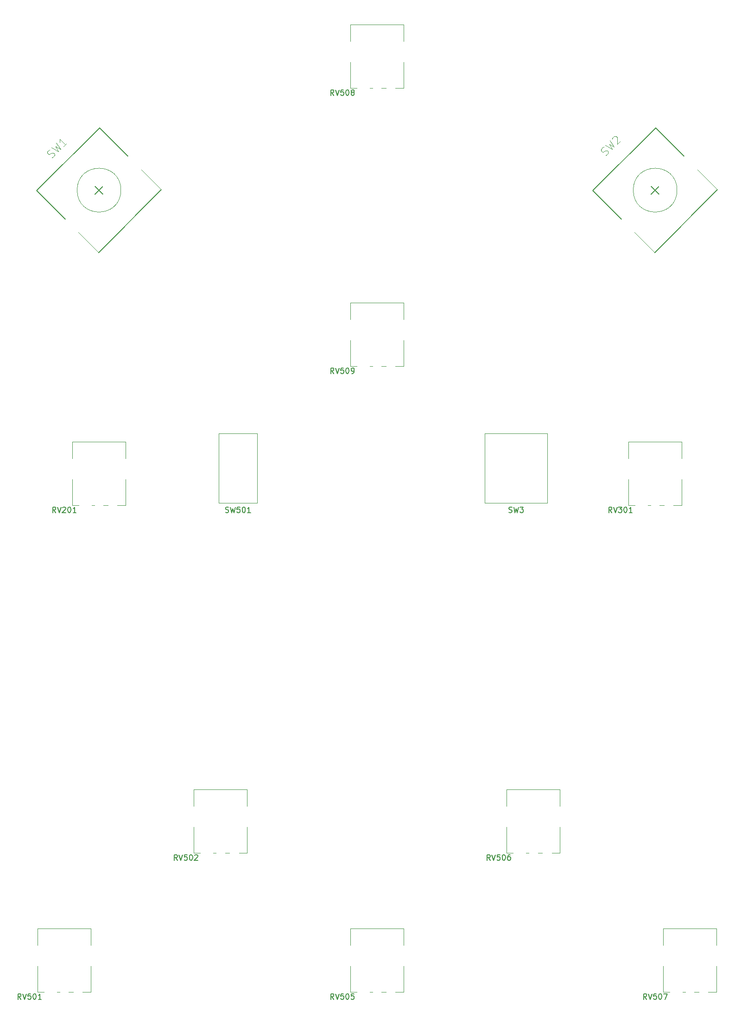
<source format=gto>
G04 #@! TF.GenerationSoftware,KiCad,Pcbnew,6.0.5+dfsg-1~bpo11+1*
G04 #@! TF.CreationDate,2022-07-21T18:26:45+00:00*
G04 #@! TF.ProjectId,VCF_VCA_board,5643465f-5643-4415-9f62-6f6172642e6b,0*
G04 #@! TF.SameCoordinates,Original*
G04 #@! TF.FileFunction,Legend,Top*
G04 #@! TF.FilePolarity,Positive*
%FSLAX46Y46*%
G04 Gerber Fmt 4.6, Leading zero omitted, Abs format (unit mm)*
G04 Created by KiCad (PCBNEW 6.0.5+dfsg-1~bpo11+1) date 2022-07-21 18:26:45*
%MOMM*%
%LPD*%
G01*
G04 APERTURE LIST*
%ADD10C,0.150000*%
%ADD11C,0.120000*%
%ADD12C,0.127000*%
%ADD13C,0.080000*%
%ADD14O,2.720000X3.240000*%
%ADD15R,1.800000X1.800000*%
%ADD16C,1.800000*%
%ADD17C,2.500000*%
%ADD18C,3.000000*%
%ADD19C,1.451600*%
%ADD20C,1.440000*%
%ADD21O,2.190000X1.740000*%
%ADD22C,2.600000*%
%ADD23C,1.600000*%
%ADD24C,2.000000*%
%ADD25R,1.600000X1.600000*%
%ADD26C,1.700000*%
G04 APERTURE END LIST*
D10*
X98147380Y-108402380D02*
X97814047Y-107926190D01*
X97575952Y-108402380D02*
X97575952Y-107402380D01*
X97956904Y-107402380D01*
X98052142Y-107450000D01*
X98099761Y-107497619D01*
X98147380Y-107592857D01*
X98147380Y-107735714D01*
X98099761Y-107830952D01*
X98052142Y-107878571D01*
X97956904Y-107926190D01*
X97575952Y-107926190D01*
X98433095Y-107402380D02*
X98766428Y-108402380D01*
X99099761Y-107402380D01*
X99909285Y-107402380D02*
X99433095Y-107402380D01*
X99385476Y-107878571D01*
X99433095Y-107830952D01*
X99528333Y-107783333D01*
X99766428Y-107783333D01*
X99861666Y-107830952D01*
X99909285Y-107878571D01*
X99956904Y-107973809D01*
X99956904Y-108211904D01*
X99909285Y-108307142D01*
X99861666Y-108354761D01*
X99766428Y-108402380D01*
X99528333Y-108402380D01*
X99433095Y-108354761D01*
X99385476Y-108307142D01*
X100575952Y-107402380D02*
X100671190Y-107402380D01*
X100766428Y-107450000D01*
X100814047Y-107497619D01*
X100861666Y-107592857D01*
X100909285Y-107783333D01*
X100909285Y-108021428D01*
X100861666Y-108211904D01*
X100814047Y-108307142D01*
X100766428Y-108354761D01*
X100671190Y-108402380D01*
X100575952Y-108402380D01*
X100480714Y-108354761D01*
X100433095Y-108307142D01*
X100385476Y-108211904D01*
X100337857Y-108021428D01*
X100337857Y-107783333D01*
X100385476Y-107592857D01*
X100433095Y-107497619D01*
X100480714Y-107450000D01*
X100575952Y-107402380D01*
X101385476Y-108402380D02*
X101575952Y-108402380D01*
X101671190Y-108354761D01*
X101718809Y-108307142D01*
X101814047Y-108164285D01*
X101861666Y-107973809D01*
X101861666Y-107592857D01*
X101814047Y-107497619D01*
X101766428Y-107450000D01*
X101671190Y-107402380D01*
X101480714Y-107402380D01*
X101385476Y-107450000D01*
X101337857Y-107497619D01*
X101290238Y-107592857D01*
X101290238Y-107830952D01*
X101337857Y-107926190D01*
X101385476Y-107973809D01*
X101480714Y-108021428D01*
X101671190Y-108021428D01*
X101766428Y-107973809D01*
X101814047Y-107926190D01*
X101861666Y-107830952D01*
X98147380Y-57602380D02*
X97814047Y-57126190D01*
X97575952Y-57602380D02*
X97575952Y-56602380D01*
X97956904Y-56602380D01*
X98052142Y-56650000D01*
X98099761Y-56697619D01*
X98147380Y-56792857D01*
X98147380Y-56935714D01*
X98099761Y-57030952D01*
X98052142Y-57078571D01*
X97956904Y-57126190D01*
X97575952Y-57126190D01*
X98433095Y-56602380D02*
X98766428Y-57602380D01*
X99099761Y-56602380D01*
X99909285Y-56602380D02*
X99433095Y-56602380D01*
X99385476Y-57078571D01*
X99433095Y-57030952D01*
X99528333Y-56983333D01*
X99766428Y-56983333D01*
X99861666Y-57030952D01*
X99909285Y-57078571D01*
X99956904Y-57173809D01*
X99956904Y-57411904D01*
X99909285Y-57507142D01*
X99861666Y-57554761D01*
X99766428Y-57602380D01*
X99528333Y-57602380D01*
X99433095Y-57554761D01*
X99385476Y-57507142D01*
X100575952Y-56602380D02*
X100671190Y-56602380D01*
X100766428Y-56650000D01*
X100814047Y-56697619D01*
X100861666Y-56792857D01*
X100909285Y-56983333D01*
X100909285Y-57221428D01*
X100861666Y-57411904D01*
X100814047Y-57507142D01*
X100766428Y-57554761D01*
X100671190Y-57602380D01*
X100575952Y-57602380D01*
X100480714Y-57554761D01*
X100433095Y-57507142D01*
X100385476Y-57411904D01*
X100337857Y-57221428D01*
X100337857Y-56983333D01*
X100385476Y-56792857D01*
X100433095Y-56697619D01*
X100480714Y-56650000D01*
X100575952Y-56602380D01*
X101480714Y-57030952D02*
X101385476Y-56983333D01*
X101337857Y-56935714D01*
X101290238Y-56840476D01*
X101290238Y-56792857D01*
X101337857Y-56697619D01*
X101385476Y-56650000D01*
X101480714Y-56602380D01*
X101671190Y-56602380D01*
X101766428Y-56650000D01*
X101814047Y-56697619D01*
X101861666Y-56792857D01*
X101861666Y-56840476D01*
X101814047Y-56935714D01*
X101766428Y-56983333D01*
X101671190Y-57030952D01*
X101480714Y-57030952D01*
X101385476Y-57078571D01*
X101337857Y-57126190D01*
X101290238Y-57221428D01*
X101290238Y-57411904D01*
X101337857Y-57507142D01*
X101385476Y-57554761D01*
X101480714Y-57602380D01*
X101671190Y-57602380D01*
X101766428Y-57554761D01*
X101814047Y-57507142D01*
X101861666Y-57411904D01*
X101861666Y-57221428D01*
X101814047Y-57126190D01*
X101766428Y-57078571D01*
X101671190Y-57030952D01*
X130111666Y-133754761D02*
X130254523Y-133802380D01*
X130492619Y-133802380D01*
X130587857Y-133754761D01*
X130635476Y-133707142D01*
X130683095Y-133611904D01*
X130683095Y-133516666D01*
X130635476Y-133421428D01*
X130587857Y-133373809D01*
X130492619Y-133326190D01*
X130302142Y-133278571D01*
X130206904Y-133230952D01*
X130159285Y-133183333D01*
X130111666Y-133088095D01*
X130111666Y-132992857D01*
X130159285Y-132897619D01*
X130206904Y-132850000D01*
X130302142Y-132802380D01*
X130540238Y-132802380D01*
X130683095Y-132850000D01*
X131016428Y-132802380D02*
X131254523Y-133802380D01*
X131445000Y-133088095D01*
X131635476Y-133802380D01*
X131873571Y-132802380D01*
X132159285Y-132802380D02*
X132778333Y-132802380D01*
X132445000Y-133183333D01*
X132587857Y-133183333D01*
X132683095Y-133230952D01*
X132730714Y-133278571D01*
X132778333Y-133373809D01*
X132778333Y-133611904D01*
X132730714Y-133707142D01*
X132683095Y-133754761D01*
X132587857Y-133802380D01*
X132302142Y-133802380D01*
X132206904Y-133754761D01*
X132159285Y-133707142D01*
X47347380Y-133802380D02*
X47014047Y-133326190D01*
X46775952Y-133802380D02*
X46775952Y-132802380D01*
X47156904Y-132802380D01*
X47252142Y-132850000D01*
X47299761Y-132897619D01*
X47347380Y-132992857D01*
X47347380Y-133135714D01*
X47299761Y-133230952D01*
X47252142Y-133278571D01*
X47156904Y-133326190D01*
X46775952Y-133326190D01*
X47633095Y-132802380D02*
X47966428Y-133802380D01*
X48299761Y-132802380D01*
X48585476Y-132897619D02*
X48633095Y-132850000D01*
X48728333Y-132802380D01*
X48966428Y-132802380D01*
X49061666Y-132850000D01*
X49109285Y-132897619D01*
X49156904Y-132992857D01*
X49156904Y-133088095D01*
X49109285Y-133230952D01*
X48537857Y-133802380D01*
X49156904Y-133802380D01*
X49775952Y-132802380D02*
X49871190Y-132802380D01*
X49966428Y-132850000D01*
X50014047Y-132897619D01*
X50061666Y-132992857D01*
X50109285Y-133183333D01*
X50109285Y-133421428D01*
X50061666Y-133611904D01*
X50014047Y-133707142D01*
X49966428Y-133754761D01*
X49871190Y-133802380D01*
X49775952Y-133802380D01*
X49680714Y-133754761D01*
X49633095Y-133707142D01*
X49585476Y-133611904D01*
X49537857Y-133421428D01*
X49537857Y-133183333D01*
X49585476Y-132992857D01*
X49633095Y-132897619D01*
X49680714Y-132850000D01*
X49775952Y-132802380D01*
X51061666Y-133802380D02*
X50490238Y-133802380D01*
X50775952Y-133802380D02*
X50775952Y-132802380D01*
X50680714Y-132945238D01*
X50585476Y-133040476D01*
X50490238Y-133088095D01*
X98147380Y-222702380D02*
X97814047Y-222226190D01*
X97575952Y-222702380D02*
X97575952Y-221702380D01*
X97956904Y-221702380D01*
X98052142Y-221750000D01*
X98099761Y-221797619D01*
X98147380Y-221892857D01*
X98147380Y-222035714D01*
X98099761Y-222130952D01*
X98052142Y-222178571D01*
X97956904Y-222226190D01*
X97575952Y-222226190D01*
X98433095Y-221702380D02*
X98766428Y-222702380D01*
X99099761Y-221702380D01*
X99909285Y-221702380D02*
X99433095Y-221702380D01*
X99385476Y-222178571D01*
X99433095Y-222130952D01*
X99528333Y-222083333D01*
X99766428Y-222083333D01*
X99861666Y-222130952D01*
X99909285Y-222178571D01*
X99956904Y-222273809D01*
X99956904Y-222511904D01*
X99909285Y-222607142D01*
X99861666Y-222654761D01*
X99766428Y-222702380D01*
X99528333Y-222702380D01*
X99433095Y-222654761D01*
X99385476Y-222607142D01*
X100575952Y-221702380D02*
X100671190Y-221702380D01*
X100766428Y-221750000D01*
X100814047Y-221797619D01*
X100861666Y-221892857D01*
X100909285Y-222083333D01*
X100909285Y-222321428D01*
X100861666Y-222511904D01*
X100814047Y-222607142D01*
X100766428Y-222654761D01*
X100671190Y-222702380D01*
X100575952Y-222702380D01*
X100480714Y-222654761D01*
X100433095Y-222607142D01*
X100385476Y-222511904D01*
X100337857Y-222321428D01*
X100337857Y-222083333D01*
X100385476Y-221892857D01*
X100433095Y-221797619D01*
X100480714Y-221750000D01*
X100575952Y-221702380D01*
X101814047Y-221702380D02*
X101337857Y-221702380D01*
X101290238Y-222178571D01*
X101337857Y-222130952D01*
X101433095Y-222083333D01*
X101671190Y-222083333D01*
X101766428Y-222130952D01*
X101814047Y-222178571D01*
X101861666Y-222273809D01*
X101861666Y-222511904D01*
X101814047Y-222607142D01*
X101766428Y-222654761D01*
X101671190Y-222702380D01*
X101433095Y-222702380D01*
X101337857Y-222654761D01*
X101290238Y-222607142D01*
X148947380Y-133802380D02*
X148614047Y-133326190D01*
X148375952Y-133802380D02*
X148375952Y-132802380D01*
X148756904Y-132802380D01*
X148852142Y-132850000D01*
X148899761Y-132897619D01*
X148947380Y-132992857D01*
X148947380Y-133135714D01*
X148899761Y-133230952D01*
X148852142Y-133278571D01*
X148756904Y-133326190D01*
X148375952Y-133326190D01*
X149233095Y-132802380D02*
X149566428Y-133802380D01*
X149899761Y-132802380D01*
X150137857Y-132802380D02*
X150756904Y-132802380D01*
X150423571Y-133183333D01*
X150566428Y-133183333D01*
X150661666Y-133230952D01*
X150709285Y-133278571D01*
X150756904Y-133373809D01*
X150756904Y-133611904D01*
X150709285Y-133707142D01*
X150661666Y-133754761D01*
X150566428Y-133802380D01*
X150280714Y-133802380D01*
X150185476Y-133754761D01*
X150137857Y-133707142D01*
X151375952Y-132802380D02*
X151471190Y-132802380D01*
X151566428Y-132850000D01*
X151614047Y-132897619D01*
X151661666Y-132992857D01*
X151709285Y-133183333D01*
X151709285Y-133421428D01*
X151661666Y-133611904D01*
X151614047Y-133707142D01*
X151566428Y-133754761D01*
X151471190Y-133802380D01*
X151375952Y-133802380D01*
X151280714Y-133754761D01*
X151233095Y-133707142D01*
X151185476Y-133611904D01*
X151137857Y-133421428D01*
X151137857Y-133183333D01*
X151185476Y-132992857D01*
X151233095Y-132897619D01*
X151280714Y-132850000D01*
X151375952Y-132802380D01*
X152661666Y-133802380D02*
X152090238Y-133802380D01*
X152375952Y-133802380D02*
X152375952Y-132802380D01*
X152280714Y-132945238D01*
X152185476Y-133040476D01*
X152090238Y-133088095D01*
X69572380Y-197302380D02*
X69239047Y-196826190D01*
X69000952Y-197302380D02*
X69000952Y-196302380D01*
X69381904Y-196302380D01*
X69477142Y-196350000D01*
X69524761Y-196397619D01*
X69572380Y-196492857D01*
X69572380Y-196635714D01*
X69524761Y-196730952D01*
X69477142Y-196778571D01*
X69381904Y-196826190D01*
X69000952Y-196826190D01*
X69858095Y-196302380D02*
X70191428Y-197302380D01*
X70524761Y-196302380D01*
X71334285Y-196302380D02*
X70858095Y-196302380D01*
X70810476Y-196778571D01*
X70858095Y-196730952D01*
X70953333Y-196683333D01*
X71191428Y-196683333D01*
X71286666Y-196730952D01*
X71334285Y-196778571D01*
X71381904Y-196873809D01*
X71381904Y-197111904D01*
X71334285Y-197207142D01*
X71286666Y-197254761D01*
X71191428Y-197302380D01*
X70953333Y-197302380D01*
X70858095Y-197254761D01*
X70810476Y-197207142D01*
X72000952Y-196302380D02*
X72096190Y-196302380D01*
X72191428Y-196350000D01*
X72239047Y-196397619D01*
X72286666Y-196492857D01*
X72334285Y-196683333D01*
X72334285Y-196921428D01*
X72286666Y-197111904D01*
X72239047Y-197207142D01*
X72191428Y-197254761D01*
X72096190Y-197302380D01*
X72000952Y-197302380D01*
X71905714Y-197254761D01*
X71858095Y-197207142D01*
X71810476Y-197111904D01*
X71762857Y-196921428D01*
X71762857Y-196683333D01*
X71810476Y-196492857D01*
X71858095Y-196397619D01*
X71905714Y-196350000D01*
X72000952Y-196302380D01*
X72715238Y-196397619D02*
X72762857Y-196350000D01*
X72858095Y-196302380D01*
X73096190Y-196302380D01*
X73191428Y-196350000D01*
X73239047Y-196397619D01*
X73286666Y-196492857D01*
X73286666Y-196588095D01*
X73239047Y-196730952D01*
X72667619Y-197302380D01*
X73286666Y-197302380D01*
X155297380Y-222702380D02*
X154964047Y-222226190D01*
X154725952Y-222702380D02*
X154725952Y-221702380D01*
X155106904Y-221702380D01*
X155202142Y-221750000D01*
X155249761Y-221797619D01*
X155297380Y-221892857D01*
X155297380Y-222035714D01*
X155249761Y-222130952D01*
X155202142Y-222178571D01*
X155106904Y-222226190D01*
X154725952Y-222226190D01*
X155583095Y-221702380D02*
X155916428Y-222702380D01*
X156249761Y-221702380D01*
X157059285Y-221702380D02*
X156583095Y-221702380D01*
X156535476Y-222178571D01*
X156583095Y-222130952D01*
X156678333Y-222083333D01*
X156916428Y-222083333D01*
X157011666Y-222130952D01*
X157059285Y-222178571D01*
X157106904Y-222273809D01*
X157106904Y-222511904D01*
X157059285Y-222607142D01*
X157011666Y-222654761D01*
X156916428Y-222702380D01*
X156678333Y-222702380D01*
X156583095Y-222654761D01*
X156535476Y-222607142D01*
X157725952Y-221702380D02*
X157821190Y-221702380D01*
X157916428Y-221750000D01*
X157964047Y-221797619D01*
X158011666Y-221892857D01*
X158059285Y-222083333D01*
X158059285Y-222321428D01*
X158011666Y-222511904D01*
X157964047Y-222607142D01*
X157916428Y-222654761D01*
X157821190Y-222702380D01*
X157725952Y-222702380D01*
X157630714Y-222654761D01*
X157583095Y-222607142D01*
X157535476Y-222511904D01*
X157487857Y-222321428D01*
X157487857Y-222083333D01*
X157535476Y-221892857D01*
X157583095Y-221797619D01*
X157630714Y-221750000D01*
X157725952Y-221702380D01*
X158392619Y-221702380D02*
X159059285Y-221702380D01*
X158630714Y-222702380D01*
X78359285Y-133754761D02*
X78502142Y-133802380D01*
X78740238Y-133802380D01*
X78835476Y-133754761D01*
X78883095Y-133707142D01*
X78930714Y-133611904D01*
X78930714Y-133516666D01*
X78883095Y-133421428D01*
X78835476Y-133373809D01*
X78740238Y-133326190D01*
X78549761Y-133278571D01*
X78454523Y-133230952D01*
X78406904Y-133183333D01*
X78359285Y-133088095D01*
X78359285Y-132992857D01*
X78406904Y-132897619D01*
X78454523Y-132850000D01*
X78549761Y-132802380D01*
X78787857Y-132802380D01*
X78930714Y-132850000D01*
X79264047Y-132802380D02*
X79502142Y-133802380D01*
X79692619Y-133088095D01*
X79883095Y-133802380D01*
X80121190Y-132802380D01*
X80978333Y-132802380D02*
X80502142Y-132802380D01*
X80454523Y-133278571D01*
X80502142Y-133230952D01*
X80597380Y-133183333D01*
X80835476Y-133183333D01*
X80930714Y-133230952D01*
X80978333Y-133278571D01*
X81025952Y-133373809D01*
X81025952Y-133611904D01*
X80978333Y-133707142D01*
X80930714Y-133754761D01*
X80835476Y-133802380D01*
X80597380Y-133802380D01*
X80502142Y-133754761D01*
X80454523Y-133707142D01*
X81645000Y-132802380D02*
X81740238Y-132802380D01*
X81835476Y-132850000D01*
X81883095Y-132897619D01*
X81930714Y-132992857D01*
X81978333Y-133183333D01*
X81978333Y-133421428D01*
X81930714Y-133611904D01*
X81883095Y-133707142D01*
X81835476Y-133754761D01*
X81740238Y-133802380D01*
X81645000Y-133802380D01*
X81549761Y-133754761D01*
X81502142Y-133707142D01*
X81454523Y-133611904D01*
X81406904Y-133421428D01*
X81406904Y-133183333D01*
X81454523Y-132992857D01*
X81502142Y-132897619D01*
X81549761Y-132850000D01*
X81645000Y-132802380D01*
X82930714Y-133802380D02*
X82359285Y-133802380D01*
X82645000Y-133802380D02*
X82645000Y-132802380D01*
X82549761Y-132945238D01*
X82454523Y-133040476D01*
X82359285Y-133088095D01*
D11*
X46621327Y-68993333D02*
X46813256Y-68897368D01*
X47053167Y-68657457D01*
X47101150Y-68513510D01*
X47101150Y-68417546D01*
X47053167Y-68273599D01*
X46957203Y-68177635D01*
X46813256Y-68129652D01*
X46717292Y-68129652D01*
X46573345Y-68177635D01*
X46333434Y-68321581D01*
X46189487Y-68369564D01*
X46093522Y-68369564D01*
X45949576Y-68321581D01*
X45853611Y-68225617D01*
X45805629Y-68081670D01*
X45805629Y-67985706D01*
X45853611Y-67841759D01*
X46093522Y-67601848D01*
X46285451Y-67505883D01*
X46573345Y-67122025D02*
X47820883Y-67889741D01*
X47293079Y-66978079D01*
X48204741Y-67505883D01*
X47437025Y-66258345D01*
X49356315Y-66354309D02*
X48780528Y-66930096D01*
X49068422Y-66642203D02*
X48060795Y-65634576D01*
X48108777Y-65874487D01*
X48108777Y-66066416D01*
X48060795Y-66210363D01*
D10*
X40997380Y-222702380D02*
X40664047Y-222226190D01*
X40425952Y-222702380D02*
X40425952Y-221702380D01*
X40806904Y-221702380D01*
X40902142Y-221750000D01*
X40949761Y-221797619D01*
X40997380Y-221892857D01*
X40997380Y-222035714D01*
X40949761Y-222130952D01*
X40902142Y-222178571D01*
X40806904Y-222226190D01*
X40425952Y-222226190D01*
X41283095Y-221702380D02*
X41616428Y-222702380D01*
X41949761Y-221702380D01*
X42759285Y-221702380D02*
X42283095Y-221702380D01*
X42235476Y-222178571D01*
X42283095Y-222130952D01*
X42378333Y-222083333D01*
X42616428Y-222083333D01*
X42711666Y-222130952D01*
X42759285Y-222178571D01*
X42806904Y-222273809D01*
X42806904Y-222511904D01*
X42759285Y-222607142D01*
X42711666Y-222654761D01*
X42616428Y-222702380D01*
X42378333Y-222702380D01*
X42283095Y-222654761D01*
X42235476Y-222607142D01*
X43425952Y-221702380D02*
X43521190Y-221702380D01*
X43616428Y-221750000D01*
X43664047Y-221797619D01*
X43711666Y-221892857D01*
X43759285Y-222083333D01*
X43759285Y-222321428D01*
X43711666Y-222511904D01*
X43664047Y-222607142D01*
X43616428Y-222654761D01*
X43521190Y-222702380D01*
X43425952Y-222702380D01*
X43330714Y-222654761D01*
X43283095Y-222607142D01*
X43235476Y-222511904D01*
X43187857Y-222321428D01*
X43187857Y-222083333D01*
X43235476Y-221892857D01*
X43283095Y-221797619D01*
X43330714Y-221750000D01*
X43425952Y-221702380D01*
X44711666Y-222702380D02*
X44140238Y-222702380D01*
X44425952Y-222702380D02*
X44425952Y-221702380D01*
X44330714Y-221845238D01*
X44235476Y-221940476D01*
X44140238Y-221988095D01*
X126722380Y-197302380D02*
X126389047Y-196826190D01*
X126150952Y-197302380D02*
X126150952Y-196302380D01*
X126531904Y-196302380D01*
X126627142Y-196350000D01*
X126674761Y-196397619D01*
X126722380Y-196492857D01*
X126722380Y-196635714D01*
X126674761Y-196730952D01*
X126627142Y-196778571D01*
X126531904Y-196826190D01*
X126150952Y-196826190D01*
X127008095Y-196302380D02*
X127341428Y-197302380D01*
X127674761Y-196302380D01*
X128484285Y-196302380D02*
X128008095Y-196302380D01*
X127960476Y-196778571D01*
X128008095Y-196730952D01*
X128103333Y-196683333D01*
X128341428Y-196683333D01*
X128436666Y-196730952D01*
X128484285Y-196778571D01*
X128531904Y-196873809D01*
X128531904Y-197111904D01*
X128484285Y-197207142D01*
X128436666Y-197254761D01*
X128341428Y-197302380D01*
X128103333Y-197302380D01*
X128008095Y-197254761D01*
X127960476Y-197207142D01*
X129150952Y-196302380D02*
X129246190Y-196302380D01*
X129341428Y-196350000D01*
X129389047Y-196397619D01*
X129436666Y-196492857D01*
X129484285Y-196683333D01*
X129484285Y-196921428D01*
X129436666Y-197111904D01*
X129389047Y-197207142D01*
X129341428Y-197254761D01*
X129246190Y-197302380D01*
X129150952Y-197302380D01*
X129055714Y-197254761D01*
X129008095Y-197207142D01*
X128960476Y-197111904D01*
X128912857Y-196921428D01*
X128912857Y-196683333D01*
X128960476Y-196492857D01*
X129008095Y-196397619D01*
X129055714Y-196350000D01*
X129150952Y-196302380D01*
X130341428Y-196302380D02*
X130150952Y-196302380D01*
X130055714Y-196350000D01*
X130008095Y-196397619D01*
X129912857Y-196540476D01*
X129865238Y-196730952D01*
X129865238Y-197111904D01*
X129912857Y-197207142D01*
X129960476Y-197254761D01*
X130055714Y-197302380D01*
X130246190Y-197302380D01*
X130341428Y-197254761D01*
X130389047Y-197207142D01*
X130436666Y-197111904D01*
X130436666Y-196873809D01*
X130389047Y-196778571D01*
X130341428Y-196730952D01*
X130246190Y-196683333D01*
X130055714Y-196683333D01*
X129960476Y-196730952D01*
X129912857Y-196778571D01*
X129865238Y-196873809D01*
D11*
X147785532Y-68557538D02*
X147977461Y-68461573D01*
X148217372Y-68221662D01*
X148265355Y-68077715D01*
X148265355Y-67981751D01*
X148217372Y-67837804D01*
X148121408Y-67741840D01*
X147977461Y-67693857D01*
X147881497Y-67693857D01*
X147737550Y-67741840D01*
X147497639Y-67885786D01*
X147353692Y-67933769D01*
X147257727Y-67933769D01*
X147113781Y-67885786D01*
X147017816Y-67789822D01*
X146969834Y-67645875D01*
X146969834Y-67549911D01*
X147017816Y-67405964D01*
X147257727Y-67166053D01*
X147449656Y-67070088D01*
X147737550Y-66686230D02*
X148985088Y-67453946D01*
X148457284Y-66542284D01*
X149368946Y-67070088D01*
X148601230Y-65822550D01*
X149033071Y-65582639D02*
X149033071Y-65486674D01*
X149081053Y-65342727D01*
X149320964Y-65102816D01*
X149464911Y-65054834D01*
X149560875Y-65054834D01*
X149704822Y-65102816D01*
X149800786Y-65198781D01*
X149896751Y-65390710D01*
X149896751Y-66542284D01*
X150520520Y-65918514D01*
X101125000Y-107070000D02*
X101125000Y-102350000D01*
X110875000Y-98540000D02*
X110875000Y-95480000D01*
X105215000Y-107070000D02*
X104685000Y-107070000D01*
X107665000Y-107070000D02*
X106835000Y-107070000D01*
X101135000Y-98540000D02*
X101135000Y-95480000D01*
X102315000Y-107070000D02*
X101135000Y-107070000D01*
X110875000Y-95480000D02*
X101135000Y-95480000D01*
X110875000Y-107070000D02*
X110875000Y-102350000D01*
X110875000Y-107070000D02*
X109385000Y-107070000D01*
X101135000Y-47740000D02*
X101135000Y-44680000D01*
X107665000Y-56270000D02*
X106835000Y-56270000D01*
X110875000Y-47740000D02*
X110875000Y-44680000D01*
X105215000Y-56270000D02*
X104685000Y-56270000D01*
X101125000Y-56270000D02*
X101125000Y-51550000D01*
X110875000Y-56270000D02*
X110875000Y-51550000D01*
X110875000Y-56270000D02*
X109385000Y-56270000D01*
X110875000Y-44680000D02*
X101135000Y-44680000D01*
X102315000Y-56270000D02*
X101135000Y-56270000D01*
X137160000Y-132080000D02*
X125730000Y-132080000D01*
X125730000Y-119380000D02*
X137160000Y-119380000D01*
X125730000Y-132080000D02*
X125730000Y-119380000D01*
X137160000Y-119380000D02*
X137160000Y-132080000D01*
X60075000Y-132470000D02*
X58585000Y-132470000D01*
X60075000Y-132470000D02*
X60075000Y-127750000D01*
X56865000Y-132470000D02*
X56035000Y-132470000D01*
X54415000Y-132470000D02*
X53885000Y-132470000D01*
X50325000Y-132470000D02*
X50325000Y-127750000D01*
X60075000Y-120880000D02*
X50335000Y-120880000D01*
X60075000Y-123940000D02*
X60075000Y-120880000D01*
X50335000Y-123940000D02*
X50335000Y-120880000D01*
X51515000Y-132470000D02*
X50335000Y-132470000D01*
X110875000Y-212840000D02*
X110875000Y-209780000D01*
X101135000Y-212840000D02*
X101135000Y-209780000D01*
X110875000Y-221370000D02*
X109385000Y-221370000D01*
X105215000Y-221370000D02*
X104685000Y-221370000D01*
X110875000Y-221370000D02*
X110875000Y-216650000D01*
X107665000Y-221370000D02*
X106835000Y-221370000D01*
X102315000Y-221370000D02*
X101135000Y-221370000D01*
X101125000Y-221370000D02*
X101125000Y-216650000D01*
X110875000Y-209780000D02*
X101135000Y-209780000D01*
X161675000Y-120880000D02*
X151935000Y-120880000D01*
X161675000Y-132470000D02*
X160185000Y-132470000D01*
X161675000Y-132470000D02*
X161675000Y-127750000D01*
X156015000Y-132470000D02*
X155485000Y-132470000D01*
X161675000Y-123940000D02*
X161675000Y-120880000D01*
X151935000Y-123940000D02*
X151935000Y-120880000D01*
X158465000Y-132470000D02*
X157635000Y-132470000D01*
X151925000Y-132470000D02*
X151925000Y-127750000D01*
X153115000Y-132470000D02*
X151935000Y-132470000D01*
X72550000Y-195970000D02*
X72550000Y-191250000D01*
X76640000Y-195970000D02*
X76110000Y-195970000D01*
X72560000Y-187440000D02*
X72560000Y-184380000D01*
X82300000Y-195970000D02*
X82300000Y-191250000D01*
X82300000Y-195970000D02*
X80810000Y-195970000D01*
X82300000Y-187440000D02*
X82300000Y-184380000D01*
X73740000Y-195970000D02*
X72560000Y-195970000D01*
X79090000Y-195970000D02*
X78260000Y-195970000D01*
X82300000Y-184380000D02*
X72560000Y-184380000D01*
X162365000Y-221370000D02*
X161835000Y-221370000D01*
X168025000Y-221370000D02*
X166535000Y-221370000D01*
X158275000Y-221370000D02*
X158275000Y-216650000D01*
X168025000Y-212840000D02*
X168025000Y-209780000D01*
X164815000Y-221370000D02*
X163985000Y-221370000D01*
X158285000Y-212840000D02*
X158285000Y-209780000D01*
X168025000Y-209780000D02*
X158285000Y-209780000D01*
X168025000Y-221370000D02*
X168025000Y-216650000D01*
X159465000Y-221370000D02*
X158285000Y-221370000D01*
X77145000Y-119380000D02*
X84145000Y-119380000D01*
X84145000Y-119380000D02*
X84145000Y-132080000D01*
X77145000Y-132080000D02*
X77145000Y-119380000D01*
X84145000Y-132080000D02*
X77145000Y-132080000D01*
X55174289Y-86314419D02*
X51493091Y-82633221D01*
D12*
X54537893Y-74222893D02*
X55952107Y-75637107D01*
X55315711Y-63545581D02*
X43860581Y-75000711D01*
X43860581Y-75000711D02*
X49068422Y-80208552D01*
D11*
X66629419Y-74859289D02*
X62948221Y-71178091D01*
D12*
X60523552Y-68753422D02*
X55315711Y-63545581D01*
X55174289Y-86314419D02*
X55598553Y-85890155D01*
X55952107Y-74222893D02*
X54537893Y-75637107D01*
X66205155Y-75283553D02*
X66629419Y-74859289D01*
X55598553Y-85890155D02*
X66205155Y-75283553D01*
D13*
X59245000Y-74930000D02*
G75*
G03*
X59245000Y-74930000I-4000000J0D01*
G01*
D11*
X48065000Y-221370000D02*
X47535000Y-221370000D01*
X53725000Y-221370000D02*
X53725000Y-216650000D01*
X53725000Y-209780000D02*
X43985000Y-209780000D01*
X50515000Y-221370000D02*
X49685000Y-221370000D01*
X45165000Y-221370000D02*
X43985000Y-221370000D01*
X53725000Y-212840000D02*
X53725000Y-209780000D01*
X43975000Y-221370000D02*
X43975000Y-216650000D01*
X53725000Y-221370000D02*
X52235000Y-221370000D01*
X43985000Y-212840000D02*
X43985000Y-209780000D01*
X139450000Y-195970000D02*
X137960000Y-195970000D01*
X139450000Y-184380000D02*
X129710000Y-184380000D01*
X136240000Y-195970000D02*
X135410000Y-195970000D01*
X139450000Y-195970000D02*
X139450000Y-191250000D01*
X129700000Y-195970000D02*
X129700000Y-191250000D01*
X139450000Y-187440000D02*
X139450000Y-184380000D01*
X129710000Y-187440000D02*
X129710000Y-184380000D01*
X133790000Y-195970000D02*
X133260000Y-195970000D01*
X130890000Y-195970000D02*
X129710000Y-195970000D01*
D12*
X157198553Y-85890155D02*
X167805155Y-75283553D01*
X156915711Y-63545581D02*
X145460581Y-75000711D01*
X156774289Y-86314419D02*
X157198553Y-85890155D01*
D11*
X156774289Y-86314419D02*
X153093091Y-82633221D01*
X168229419Y-74859289D02*
X164548221Y-71178091D01*
D12*
X167805155Y-75283553D02*
X168229419Y-74859289D01*
X145460581Y-75000711D02*
X150668422Y-80208552D01*
X157552107Y-74222893D02*
X156137893Y-75637107D01*
X162123552Y-68753422D02*
X156915711Y-63545581D01*
X156137893Y-74222893D02*
X157552107Y-75637107D01*
D13*
X160845000Y-74930000D02*
G75*
G03*
X160845000Y-74930000I-4000000J0D01*
G01*
%LPC*%
D14*
X110805000Y-100450000D03*
X101205000Y-100450000D03*
D15*
X103505000Y-107950000D03*
D16*
X106005000Y-107950000D03*
X108505000Y-107950000D03*
D14*
X101205000Y-49650000D03*
X110805000Y-49650000D03*
D15*
X103505000Y-57150000D03*
D16*
X106005000Y-57150000D03*
X108505000Y-57150000D03*
D17*
X129030000Y-130430000D03*
X129030000Y-125730000D03*
X129030000Y-121030000D03*
X133860000Y-130430000D03*
X133860000Y-125730000D03*
X133860000Y-121030000D03*
D14*
X50405000Y-125850000D03*
X60005000Y-125850000D03*
D15*
X52705000Y-133350000D03*
D16*
X55205000Y-133350000D03*
X57705000Y-133350000D03*
D14*
X110805000Y-214750000D03*
X101205000Y-214750000D03*
D15*
X103505000Y-222250000D03*
D16*
X106005000Y-222250000D03*
X108505000Y-222250000D03*
D14*
X161605000Y-125850000D03*
X152005000Y-125850000D03*
D15*
X154305000Y-133350000D03*
D16*
X156805000Y-133350000D03*
X159305000Y-133350000D03*
D14*
X82230000Y-189350000D03*
X72630000Y-189350000D03*
D15*
X74930000Y-196850000D03*
D16*
X77430000Y-196850000D03*
X79930000Y-196850000D03*
D14*
X158355000Y-214750000D03*
X167955000Y-214750000D03*
D15*
X160655000Y-222250000D03*
D16*
X163155000Y-222250000D03*
X165655000Y-222250000D03*
D17*
X80645000Y-130430000D03*
X80645000Y-125730000D03*
X80645000Y-121030000D03*
D18*
X61679672Y-70050963D03*
X50365963Y-81364672D03*
D19*
X45239439Y-71995507D03*
X47007206Y-70227740D03*
X48774973Y-68459973D03*
X50542740Y-66692206D03*
X52310507Y-64924439D03*
X65250561Y-77864493D03*
X63482794Y-79632260D03*
X61715027Y-81400027D03*
X59947260Y-83167794D03*
X58179493Y-84935561D03*
D14*
X44055000Y-214750000D03*
X53655000Y-214750000D03*
D15*
X46355000Y-222250000D03*
D16*
X48855000Y-222250000D03*
X51355000Y-222250000D03*
D14*
X129780000Y-189350000D03*
X139380000Y-189350000D03*
D15*
X132080000Y-196850000D03*
D16*
X134580000Y-196850000D03*
X137080000Y-196850000D03*
D18*
X163279672Y-70050963D03*
X151965963Y-81364672D03*
D19*
X146839439Y-71995507D03*
X148607206Y-70227740D03*
X150374973Y-68459973D03*
X152142740Y-66692206D03*
X153910507Y-64924439D03*
X166850561Y-77864493D03*
X165082794Y-79632260D03*
X163315027Y-81400027D03*
X161547260Y-83167794D03*
X159779493Y-84935561D03*
D20*
X127000000Y-171440000D03*
X127000000Y-173980000D03*
X127000000Y-176520000D03*
G36*
G01*
X165330000Y-206720000D02*
X163640000Y-206720000D01*
G75*
G02*
X163390000Y-206470000I0J250000D01*
G01*
X163390000Y-205230000D01*
G75*
G02*
X163640000Y-204980000I250000J0D01*
G01*
X165330000Y-204980000D01*
G75*
G02*
X165580000Y-205230000I0J-250000D01*
G01*
X165580000Y-206470000D01*
G75*
G02*
X165330000Y-206720000I-250000J0D01*
G01*
G37*
D21*
X164485000Y-203310000D03*
D22*
X62865000Y-196850000D03*
X55245000Y-196850000D03*
D20*
X119507000Y-138176000D03*
X119507000Y-140716000D03*
X119507000Y-143256000D03*
D23*
X138303000Y-81581000D03*
X138303000Y-76581000D03*
D24*
X144145000Y-52705000D03*
D25*
X74295000Y-204470000D03*
D23*
X71795000Y-204470000D03*
D24*
X144780000Y-108585000D03*
G36*
G01*
X165350000Y-110090000D02*
X163660000Y-110090000D01*
G75*
G02*
X163410000Y-109840000I0J250000D01*
G01*
X163410000Y-108600000D01*
G75*
G02*
X163660000Y-108350000I250000J0D01*
G01*
X165350000Y-108350000D01*
G75*
G02*
X165600000Y-108600000I0J-250000D01*
G01*
X165600000Y-109840000D01*
G75*
G02*
X165350000Y-110090000I-250000J0D01*
G01*
G37*
D21*
X164505000Y-106680000D03*
X164505000Y-104140000D03*
D24*
X67945000Y-151130000D03*
X161925000Y-89535000D03*
D23*
X138430000Y-93646000D03*
X138430000Y-88646000D03*
G36*
G01*
X165330000Y-187560000D02*
X163640000Y-187560000D01*
G75*
G02*
X163390000Y-187310000I0J250000D01*
G01*
X163390000Y-186070000D01*
G75*
G02*
X163640000Y-185820000I250000J0D01*
G01*
X165330000Y-185820000D01*
G75*
G02*
X165580000Y-186070000I0J-250000D01*
G01*
X165580000Y-187310000D01*
G75*
G02*
X165330000Y-187560000I-250000J0D01*
G01*
G37*
D21*
X164485000Y-184150000D03*
X164485000Y-181610000D03*
X164485000Y-179070000D03*
D25*
X82275000Y-204470000D03*
D23*
X79775000Y-204470000D03*
D24*
X60325000Y-89535000D03*
X107315000Y-193040000D03*
D20*
X85090000Y-171450000D03*
X85090000Y-173990000D03*
X85090000Y-176530000D03*
D23*
X88392000Y-81621000D03*
X88392000Y-76621000D03*
G36*
G01*
X46800000Y-53740000D02*
X48490000Y-53740000D01*
G75*
G02*
X48740000Y-53990000I0J-250000D01*
G01*
X48740000Y-55230000D01*
G75*
G02*
X48490000Y-55480000I-250000J0D01*
G01*
X46800000Y-55480000D01*
G75*
G02*
X46550000Y-55230000I0J250000D01*
G01*
X46550000Y-53990000D01*
G75*
G02*
X46800000Y-53740000I250000J0D01*
G01*
G37*
D21*
X47645000Y-57150000D03*
X47645000Y-59690000D03*
G36*
G01*
X165310000Y-146920000D02*
X163620000Y-146920000D01*
G75*
G02*
X163370000Y-146670000I0J250000D01*
G01*
X163370000Y-145430000D01*
G75*
G02*
X163620000Y-145180000I250000J0D01*
G01*
X165310000Y-145180000D01*
G75*
G02*
X165560000Y-145430000I0J-250000D01*
G01*
X165560000Y-146670000D01*
G75*
G02*
X165310000Y-146920000I-250000J0D01*
G01*
G37*
X164465000Y-143510000D03*
D24*
X67945000Y-140970000D03*
D20*
X92583000Y-138166000D03*
X92583000Y-140706000D03*
X92583000Y-143246000D03*
D24*
X93980000Y-108585000D03*
X69215000Y-62230000D03*
D23*
X149549800Y-61264800D03*
X152049800Y-61264800D03*
G36*
G01*
X71155000Y-216320000D02*
X72355000Y-216320000D01*
G75*
G02*
X72605000Y-216570000I0J-250000D01*
G01*
X72605000Y-217770000D01*
G75*
G02*
X72355000Y-218020000I-250000J0D01*
G01*
X71155000Y-218020000D01*
G75*
G02*
X70905000Y-217770000I0J250000D01*
G01*
X70905000Y-216570000D01*
G75*
G02*
X71155000Y-216320000I250000J0D01*
G01*
G37*
D26*
X71755000Y-219710000D03*
X74295000Y-217170000D03*
X74295000Y-219710000D03*
X76835000Y-217170000D03*
X76835000Y-219710000D03*
X79375000Y-217170000D03*
X79375000Y-219710000D03*
X81915000Y-217170000D03*
X81915000Y-219710000D03*
G36*
G01*
X165310000Y-63100000D02*
X163620000Y-63100000D01*
G75*
G02*
X163370000Y-62850000I0J250000D01*
G01*
X163370000Y-61610000D01*
G75*
G02*
X163620000Y-61360000I250000J0D01*
G01*
X165310000Y-61360000D01*
G75*
G02*
X165560000Y-61610000I0J-250000D01*
G01*
X165560000Y-62850000D01*
G75*
G02*
X165310000Y-63100000I-250000J0D01*
G01*
G37*
D21*
X164465000Y-59690000D03*
X164465000Y-57150000D03*
X164465000Y-54610000D03*
D24*
X100965000Y-193040000D03*
D23*
X88392000Y-93773000D03*
X88392000Y-88773000D03*
M02*

</source>
